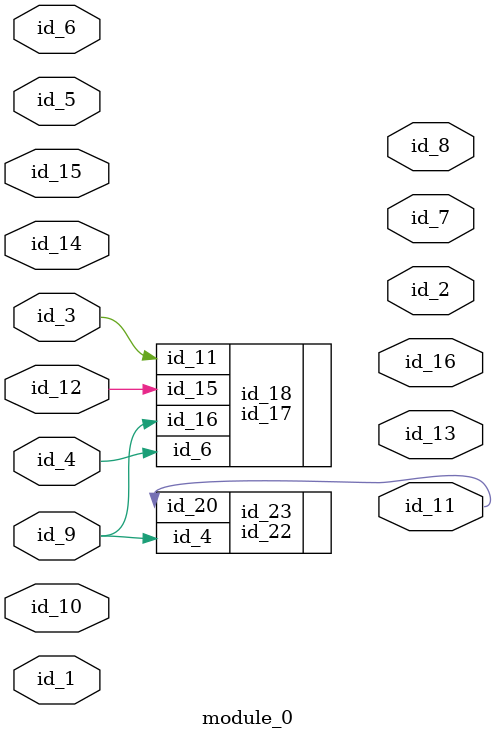
<source format=v>
module module_0 (
    id_1,
    id_2,
    id_3,
    id_4,
    id_5,
    id_6,
    id_7,
    id_8,
    id_9,
    id_10,
    id_11,
    id_12,
    id_13,
    id_14,
    id_15,
    id_16
);
  output id_16;
  input id_15;
  input id_14;
  output id_13;
  input id_12;
  output id_11;
  input id_10;
  input id_9;
  output id_8;
  output id_7;
  input id_6;
  input id_5;
  input id_4;
  input id_3;
  output id_2;
  input id_1;
  id_17 id_18 (
      .id_6 (id_4),
      .id_11(id_3),
      .id_16(id_9),
      .id_15(id_12)
  );
  id_19 id_20 (
      .id_10(id_10),
      .id_10(id_5),
      .id_18(id_18),
      .id_13(id_21),
      .id_13(id_15),
      .id_14(id_5)
  );
  id_22 id_23 (
      .id_4 (id_9),
      .id_20(id_11)
  );
endmodule

</source>
